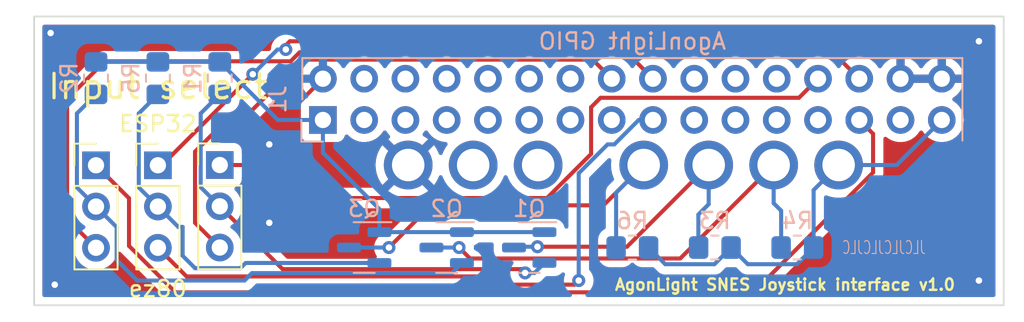
<source format=kicad_pcb>
(kicad_pcb (version 20211014) (generator pcbnew)
  (layers (0 "F.Cu" signal) (31 "B.Cu" signal) (34 "B.Paste" user) (35 "F.Paste" user) (36 "B.SilkS" user "B.Silkscreen") (37 "F.SilkS" user "F.Silkscreen") (38 "B.Mask" user) (39 "F.Mask" user) (44 "Edge.Cuts" user))
  (net 0 "")
  (net 1 "+3.3V")
  (net 2 "GND")
  (net 16 "/PC2")
  (net 17 "/PC1")
  (net 18 "/PC0")
  (net 26 "/ESPIO26")
  (net 27 "/ESPIO27")
  (net 28 "/ESPI35")
  (net 30 "+5V")
  (net 31 "/CLOCK_SELECT")
  (net 32 "/DATA_SELECT")
  (net 33 "/LATCH_SELECT")
  (net 34 "/LATCH")
  (net 35 "/CLOCK")
  (net 36 "/DATA")
  (footprint "Connector_PinHeader_2.54mm:PinHeader_1x03_P2.54mm_Vertical" (layer "F.Cu") (at 115.57 97.805)
    (fp_text reference "JP2" hide)
    (fp_text value "Jumper_3_Open")
    (fp_line (start -1.33 -1.33) (end 0 -1.33) (layer "F.SilkS") (width 0.12))
    (fp_line (start -1.33 0) (end -1.33 -1.33) (layer "F.SilkS") (width 0.12))
    (fp_line (start -1.33 1.27) (end -1.33 6.41) (layer "F.SilkS") (width 0.12))
    (fp_line (start 1.33 1.27) (end 1.33 6.41) (layer "F.SilkS") (width 0.12))
    (fp_line (start -1.33 6.41) (end 1.33 6.41) (layer "F.SilkS") (width 0.12))
    (fp_line (start -1.33 1.27) (end 1.33 1.27) (layer "F.SilkS") (width 0.12))
    (pad "1" thru_hole rect (at 0 0) (size 1.7 1.7) (drill 1) (layers *.Cu *.Mask) (net 28 "/ESPI35"))
    (pad "2" thru_hole oval (at 0 2.54) (size 1.7 1.7) (drill 1) (layers *.Cu *.Mask) (net 32 "/DATA_SELECT"))
    (pad "3" thru_hole oval (at 0 5.08) (size 1.7 1.7) (drill 1) (layers *.Cu *.Mask) (net 17 "/PC1"))
  )
  (footprint "Connector_PinHeader_2.54mm:PinHeader_1x03_P2.54mm_Vertical" (layer "F.Cu") (at 111.76 97.805)
    (fp_text reference "JP1" hide)
    (fp_text value "Jumper_3_Open")
    (fp_line (start -1.33 6.41) (end 1.33 6.41) (layer "F.SilkS") (width 0.12))
    (fp_line (start -1.33 1.27) (end 1.33 1.27) (layer "F.SilkS") (width 0.12))
    (fp_line (start -1.33 1.27) (end -1.33 6.41) (layer "F.SilkS") (width 0.12))
    (fp_line (start -1.33 0) (end -1.33 -1.33) (layer "F.SilkS") (width 0.12))
    (fp_line (start 1.33 1.27) (end 1.33 6.41) (layer "F.SilkS") (width 0.12))
    (fp_line (start -1.33 -1.33) (end 0 -1.33) (layer "F.SilkS") (width 0.12))
    (pad "1" thru_hole rect (at 0 0) (size 1.7 1.7) (drill 1) (layers *.Cu *.Mask) (net 27 "/ESPIO27"))
    (pad "2" thru_hole oval (at 0 2.54) (size 1.7 1.7) (drill 1) (layers *.Cu *.Mask) (net 31 "/CLOCK_SELECT"))
    (pad "3" thru_hole oval (at 0 5.08) (size 1.7 1.7) (drill 1) (layers *.Cu *.Mask) (net 18 "/PC0"))
  )
  (footprint "joystick:SNES" (layer "F.Cu") (at 157.48 97.79 180)
    (fp_text reference "U1" hide)
    (fp_text value "SNES" hide)
    (pad "1" thru_hole circle (at 0 0 180) (size 3 3) (drill 2) (layers *.Cu *.Mask) (net 30 "+5V"))
    (pad "2" thru_hole circle (at 4 0 180) (size 3 3) (drill 2) (layers *.Cu *.Mask) (net 35 "/CLOCK"))
    (pad "3" thru_hole circle (at 8 0 180) (size 3 3) (drill 2) (layers *.Cu *.Mask) (net 34 "/LATCH"))
    (pad "4" thru_hole circle (at 12 0 180) (size 3 3) (drill 2) (layers *.Cu *.Mask) (net 36 "/DATA"))
    (pad "5" thru_hole circle (at 18.5 0 180) (size 3 3) (drill 2) (layers *.Cu *.Mask))
    (pad "6" thru_hole circle (at 22.5 0 180) (size 3 3) (drill 2) (layers *.Cu *.Mask))
    (pad "7" thru_hole circle (at 26.5 0 180) (size 3 3) (drill 2) (layers *.Cu *.Mask) (net 2 "GND"))
  )
  (footprint "Connector_PinHeader_2.54mm:PinHeader_1x03_P2.54mm_Vertical" (layer "F.Cu") (at 119.38 97.79)
    (fp_text reference "JP3" hide)
    (fp_text value "Jumper_3_Open")
    (fp_line (start -1.33 1.27) (end -1.33 6.41) (layer "F.SilkS") (width 0.12))
    (fp_line (start -1.33 -1.33) (end 0 -1.33) (layer "F.SilkS") (width 0.12))
    (fp_line (start 1.33 1.27) (end 1.33 6.41) (layer "F.SilkS") (width 0.12))
    (fp_line (start -1.33 1.27) (end 1.33 1.27) (layer "F.SilkS") (width 0.12))
    (fp_line (start -1.33 0) (end -1.33 -1.33) (layer "F.SilkS") (width 0.12))
    (fp_line (start -1.33 6.41) (end 1.33 6.41) (layer "F.SilkS") (width 0.12))
    (pad "1" thru_hole rect (at 0 0) (size 1.7 1.7) (drill 1) (layers *.Cu *.Mask) (net 26 "/ESPIO26"))
    (pad "2" thru_hole oval (at 0 2.54) (size 1.7 1.7) (drill 1) (layers *.Cu *.Mask) (net 33 "/LATCH_SELECT"))
    (pad "3" thru_hole oval (at 0 5.08) (size 1.7 1.7) (drill 1) (layers *.Cu *.Mask) (net 16 "/PC2"))
  )
  (footprint "Package_TO_SOT_SMD:SOT-23" (layer "B.Cu") (at 138.43 102.87 180)
    (fp_text reference "Q1" (at 0 2.4) (layer "B.SilkS") (effects (justify mirror)))
    (fp_text value "BSS138")
    (fp_line (start 0 1.56) (end -1.675 1.56) (layer "B.SilkS") (width 0.12))
    (fp_line (start 0 -1.56) (end -0.65 -1.56) (layer "B.SilkS") (width 0.12))
    (fp_line (start 0 -1.56) (end 0.65 -1.56) (layer "B.SilkS") (width 0.12))
    (fp_line (start 0 1.56) (end 0.65 1.56) (layer "B.SilkS") (width 0.12))
    (pad "1" smd roundrect (at -0.9375 0.95 180) (size 1.475 0.6) (layers "B.Cu" "B.Paste" "B.Mask") (net 1 "+3.3V"))
    (pad "2" smd roundrect (at -0.9375 -0.95 180) (size 1.475 0.6) (layers "B.Cu" "B.Paste" "B.Mask") (net 33 "/LATCH_SELECT"))
    (pad "3" smd roundrect (at 0.9375 0 180) (size 1.475 0.6) (layers "B.Cu" "B.Paste" "B.Mask") (net 34 "/LATCH"))
  )
  (footprint "Resistor_SMD:R_0805_2012Metric_Pad1.20x1.40mm_HandSolder" (layer "B.Cu") (at 111.76 92.44 -90)
    (fp_text reference "R2" (at 0 1.65 90) (layer "B.SilkS") (effects (justify mirror)))
    (fp_text value "R")
    (fp_line (start -0.227064 -0.735) (end 0.227064 -0.735) (layer "B.SilkS") (width 0.12))
    (fp_line (start -0.227064 0.735) (end 0.227064 0.735) (layer "B.SilkS") (width 0.12))
    (pad "1" smd roundrect (at -1 0 270) (size 1.2 1.4) (layers "B.Cu" "B.Paste" "B.Mask") (roundrect_rratio 0.2083333333) (net 1 "+3.3V"))
    (pad "2" smd roundrect (at 1 0 270) (size 1.2 1.4) (layers "B.Cu" "B.Paste" "B.Mask") (roundrect_rratio 0.2083333333) (net 31 "/CLOCK_SELECT"))
  )
  (footprint "Resistor_SMD:R_0805_2012Metric_Pad1.20x1.40mm_HandSolder" (layer "B.Cu") (at 144.78 102.87 180)
    (fp_text reference "R6" (at 0 1.65) (layer "B.SilkS") (effects (justify mirror)))
    (fp_text value "R")
    (fp_line (start -0.227064 -0.735) (end 0.227064 -0.735) (layer "B.SilkS") (width 0.12))
    (fp_line (start -0.227064 0.735) (end 0.227064 0.735) (layer "B.SilkS") (width 0.12))
    (pad "1" smd roundrect (at -1 0 180) (size 1.2 1.4) (layers "B.Cu" "B.Paste" "B.Mask") (roundrect_rratio 0.2083333333) (net 30 "+5V"))
    (pad "2" smd roundrect (at 1 0 180) (size 1.2 1.4) (layers "B.Cu" "B.Paste" "B.Mask") (roundrect_rratio 0.2083333333) (net 36 "/DATA"))
  )
  (footprint "Package_TO_SOT_SMD:SOT-23" (layer "B.Cu") (at 128.27 102.87 180)
    (fp_text reference "Q3" (at 0 2.4) (layer "B.SilkS") (effects (justify mirror)))
    (fp_text value "BSS138")
    (fp_line (start 0 1.56) (end -1.675 1.56) (layer "B.SilkS") (width 0.12))
    (fp_line (start 0 1.56) (end 0.65 1.56) (layer "B.SilkS") (width 0.12))
    (fp_line (start 0 -1.56) (end -0.65 -1.56) (layer "B.SilkS") (width 0.12))
    (fp_line (start 0 -1.56) (end 0.65 -1.56) (layer "B.SilkS") (width 0.12))
    (pad "1" smd roundrect (at -0.9375 0.95 180) (size 1.475 0.6) (layers "B.Cu" "B.Paste" "B.Mask") (net 1 "+3.3V"))
    (pad "2" smd roundrect (at -0.9375 -0.95 180) (size 1.475 0.6) (layers "B.Cu" "B.Paste" "B.Mask") (net 32 "/DATA_SELECT"))
    (pad "3" smd roundrect (at 0.9375 0 180) (size 1.475 0.6) (layers "B.Cu" "B.Paste" "B.Mask") (net 36 "/DATA"))
  )
  (footprint "Resistor_SMD:R_0805_2012Metric_Pad1.20x1.40mm_HandSolder" (layer "B.Cu") (at 149.86 102.87 180)
    (fp_text reference "R3" (at 0 1.65) (layer "B.SilkS") (effects (justify mirror)))
    (fp_text value "R")
    (fp_line (start -0.227064 -0.735) (end 0.227064 -0.735) (layer "B.SilkS") (width 0.12))
    (fp_line (start -0.227064 0.735) (end 0.227064 0.735) (layer "B.SilkS") (width 0.12))
    (pad "1" smd roundrect (at -1 0 180) (size 1.2 1.4) (layers "B.Cu" "B.Paste" "B.Mask") (roundrect_rratio 0.2083333333) (net 30 "+5V"))
    (pad "2" smd roundrect (at 1 0 180) (size 1.2 1.4) (layers "B.Cu" "B.Paste" "B.Mask") (roundrect_rratio 0.2083333333) (net 34 "/LATCH"))
  )
  (footprint "Resistor_SMD:R_0805_2012Metric_Pad1.20x1.40mm_HandSolder" (layer "B.Cu") (at 115.57 92.44 -90)
    (fp_text reference "R5" (at 0 1.65 90) (layer "B.SilkS") (effects (justify mirror)))
    (fp_text value "R")
    (fp_line (start -0.227064 0.735) (end 0.227064 0.735) (layer "B.SilkS") (width 0.12))
    (fp_line (start -0.227064 -0.735) (end 0.227064 -0.735) (layer "B.SilkS") (width 0.12))
    (pad "1" smd roundrect (at -1 0 270) (size 1.2 1.4) (layers "B.Cu" "B.Paste" "B.Mask") (roundrect_rratio 0.2083333333) (net 1 "+3.3V"))
    (pad "2" smd roundrect (at 1 0 270) (size 1.2 1.4) (layers "B.Cu" "B.Paste" "B.Mask") (roundrect_rratio 0.2083333333) (net 32 "/DATA_SELECT"))
  )
  (footprint "Connector_PinSocket_2.54mm:PinSocket_2x16_P2.54mm_Vertical" (layer "B.Cu") (at 125.73 95.016 -90)
    (fp_text reference "J1" (at -1.27 2.77 90) (layer "B.SilkS") (effects (justify mirror)))
    (fp_text value "AgonLight GPIO" (at -4.846 -19.05 180) (layer "B.SilkS") (effects (justify mirror)))
    (fp_line (start 1.33 1.33) (end 1.33 0) (layer "B.SilkS") (width 0.12))
    (fp_line (start -3.81 1.27) (end -3.81 -39.37) (layer "B.SilkS") (width 0.12))
    (fp_line (start 0 1.33) (end 1.33 1.33) (layer "B.SilkS") (width 0.12))
    (fp_line (start -3.81 -39.37) (end 1.27 -39.37) (layer "B.SilkS") (width 0.12))
    (fp_line (start -3.81 1.27) (end -1.27 1.27) (layer "B.SilkS") (width 0.12))
    (pad "1" thru_hole rect (at 0 0 270) (size 1.7 1.7) (drill 1) (layers *.Cu *.Mask) (net 1 "+3.3V"))
    (pad "2" thru_hole oval (at -2.54 0 270) (size 1.7 1.7) (drill 1) (layers *.Cu *.Mask) (net 2 "GND"))
    (pad "3" thru_hole oval (at 0 -2.54 270) (size 1.7 1.7) (drill 1) (layers *.Cu *.Mask))
    (pad "4" thru_hole oval (at -2.54 -2.54 270) (size 1.7 1.7) (drill 1) (layers *.Cu *.Mask))
    (pad "5" thru_hole oval (at 0 -5.08 270) (size 1.7 1.7) (drill 1) (layers *.Cu *.Mask))
    (pad "6" thru_hole oval (at -2.54 -5.08 270) (size 1.7 1.7) (drill 1) (layers *.Cu *.Mask))
    (pad "7" thru_hole oval (at 0 -7.62 270) (size 1.7 1.7) (drill 1) (layers *.Cu *.Mask))
    (pad "8" thru_hole oval (at -2.54 -7.62 270) (size 1.7 1.7) (drill 1) (layers *.Cu *.Mask))
    (pad "9" thru_hole oval (at 0 -10.16 270) (size 1.7 1.7) (drill 1) (layers *.Cu *.Mask))
    (pad "10" thru_hole oval (at -2.54 -10.16 270) (size 1.7 1.7) (drill 1) (layers *.Cu *.Mask))
    (pad "11" thru_hole oval (at 0 -12.7 270) (size 1.7 1.7) (drill 1) (layers *.Cu *.Mask))
    (pad "12" thru_hole oval (at -2.54 -12.7 270) (size 1.7 1.7) (drill 1) (layers *.Cu *.Mask))
    (pad "13" thru_hole oval (at 0 -15.24 270) (size 1.7 1.7) (drill 1) (layers *.Cu *.Mask))
    (pad "14" thru_hole oval (at -2.54 -15.24 270) (size 1.7 1.7) (drill 1) (layers *.Cu *.Mask))
    (pad "15" thru_hole oval (at 0 -17.78 270) (size 1.7 1.7) (drill 1) (layers *.Cu *.Mask))
    (pad "16" thru_hole oval (at -2.54 -17.78 270) (size 1.7 1.7) (drill 1) (layers *.Cu *.Mask) (net 16 "/PC2"))
    (pad "17" thru_hole oval (at 0 -20.32 270) (size 1.7 1.7) (drill 1) (layers *.Cu *.Mask) (net 17 "/PC1"))
    (pad "18" thru_hole oval (at -2.54 -20.32 270) (size 1.7 1.7) (drill 1) (layers *.Cu *.Mask) (net 18 "/PC0"))
    (pad "19" thru_hole oval (at 0 -22.86 270) (size 1.7 1.7) (drill 1) (layers *.Cu *.Mask))
    (pad "20" thru_hole oval (at -2.54 -22.86 270) (size 1.7 1.7) (drill 1) (layers *.Cu *.Mask))
    (pad "21" thru_hole oval (at 0 -25.4 270) (size 1.7 1.7) (drill 1) (layers *.Cu *.Mask))
    (pad "22" thru_hole oval (at -2.54 -25.4 270) (size 1.7 1.7) (drill 1) (layers *.Cu *.Mask))
    (pad "23" thru_hole oval (at 0 -27.94 270) (size 1.7 1.7) (drill 1) (layers *.Cu *.Mask))
    (pad "24" thru_hole oval (at -2.54 -27.94 270) (size 1.7 1.7) (drill 1) (layers *.Cu *.Mask))
    (pad "25" thru_hole oval (at 0 -30.48 270) (size 1.7 1.7) (drill 1) (layers *.Cu *.Mask))
    (pad "26" thru_hole oval (at -2.54 -30.48 270) (size 1.7 1.7) (drill 1) (layers *.Cu *.Mask) (net 26 "/ESPIO26"))
    (pad "27" thru_hole oval (at 0 -33.02 270) (size 1.7 1.7) (drill 1) (layers *.Cu *.Mask) (net 27 "/ESPIO27"))
    (pad "28" thru_hole oval (at -2.54 -33.02 270) (size 1.7 1.7) (drill 1) (layers *.Cu *.Mask) (net 28 "/ESPI35"))
    (pad "29" thru_hole oval (at 0 -35.56 270) (size 1.7 1.7) (drill 1) (layers *.Cu *.Mask))
    (pad "30" thru_hole oval (at -2.54 -35.56 270) (size 1.7 1.7) (drill 1) (layers *.Cu *.Mask) (net 2 "GND"))
    (pad "31" thru_hole oval (at 0 -38.1 270) (size 1.7 1.7) (drill 1) (layers *.Cu *.Mask) (net 30 "+5V"))
    (pad "32" thru_hole oval (at -2.54 -38.1 270) (size 1.7 1.7) (drill 1) (layers *.Cu *.Mask) (net 2 "GND"))
  )
  (footprint "Package_TO_SOT_SMD:SOT-23" (layer "B.Cu") (at 133.35 102.87 180)
    (fp_text reference "Q2" (at 0 2.4) (layer "B.SilkS") (effects (justify mirror)))
    (fp_text value "BSS138")
    (fp_line (start 0 1.56) (end -1.675 1.56) (layer "B.SilkS") (width 0.12))
    (fp_line (start 0 -1.56) (end -0.65 -1.56) (layer "B.SilkS") (width 0.12))
    (fp_line (start 0 -1.56) (end 0.65 -1.56) (layer "B.SilkS") (width 0.12))
    (fp_line (start 0 1.56) (end 0.65 1.56) (layer "B.SilkS") (width 0.12))
    (pad "1" smd roundrect (at -0.9375 0.95 180) (size 1.475 0.6) (layers "B.Cu" "B.Paste" "B.Mask") (net 1 "+3.3V"))
    (pad "2" smd roundrect (at -0.9375 -0.95 180) (size 1.475 0.6) (layers "B.Cu" "B.Paste" "B.Mask") (net 31 "/CLOCK_SELECT"))
    (pad "3" smd roundrect (at 0.9375 0 180) (size 1.475 0.6) (layers "B.Cu" "B.Paste" "B.Mask") (net 35 "/CLOCK"))
  )
  (footprint "Resistor_SMD:R_0805_2012Metric_Pad1.20x1.40mm_HandSolder" (layer "B.Cu") (at 119.38 92.44 -90)
    (fp_text reference "R1" (at 0 1.65 90) (layer "B.SilkS") (effects (justify mirror)))
    (fp_text value "R")
    (fp_line (start -0.227064 0.735) (end 0.227064 0.735) (layer "B.SilkS") (width 0.12))
    (fp_line (start -0.227064 -0.735) (end 0.227064 -0.735) (layer "B.SilkS") (width 0.12))
    (pad "1" smd roundrect (at -1 0 270) (size 1.2 1.4) (layers "B.Cu" "B.Paste" "B.Mask") (roundrect_rratio 0.2083333333) (net 1 "+3.3V"))
    (pad "2" smd roundrect (at 1 0 270) (size 1.2 1.4) (layers "B.Cu" "B.Paste" "B.Mask") (roundrect_rratio 0.2083333333) (net 33 "/LATCH_SELECT"))
  )
  (footprint "Resistor_SMD:R_0805_2012Metric_Pad1.20x1.40mm_HandSolder" (layer "B.Cu") (at 154.94 102.87 180)
    (fp_text reference "R4" (at 0 1.65) (layer "B.SilkS") (effects (justify mirror)))
    (fp_text value "R")
    (fp_line (start -0.227064 -0.735) (end 0.227064 -0.735) (layer "B.SilkS") (width 0.12))
    (fp_line (start -0.227064 0.735) (end 0.227064 0.735) (layer "B.SilkS") (width 0.12))
    (pad "1" smd roundrect (at -1 0 180) (size 1.2 1.4) (layers "B.Cu" "B.Paste" "B.Mask") (roundrect_rratio 0.2083333333) (net 30 "+5V"))
    (pad "2" smd roundrect (at 1 0 180) (size 1.2 1.4) (layers "B.Cu" "B.Paste" "B.Mask") (roundrect_rratio 0.2083333333) (net 35 "/CLOCK"))
  )
  (gr_rect (start 167.64 106.426) (end 107.95 88.646) (layer "Edge.Cuts") (width 0.1) (fill none))
  (gr_text "JLCJLCJLCJLC" (at 160.274 102.87) (layer "B.SilkS") (effects (font (size 0.8 0.5) (thickness 0.0625)) (justify mirror)))
  (gr_text "AgonLight SNES Joystick interface v1.0" (at 154.178 105.156) (layer "F.SilkS") (effects (font (size 0.7 0.7))))
  (gr_text "Input select" (at 115.57 92.964) (layer "F.SilkS") (effects (font (size 1.5 1.5) (thickness 0.2))))
  (gr_text "ESP32" (at 115.57 95.25) (layer "F.SilkS") (effects (font (size 1 1))))
  (gr_text "ez80" (at 115.57 105.41) (layer "F.SilkS") (effects (font (size 1 1))))
  (segment (start 129.2075 100.5055) (end 129.2075 101.92) (width 0.25) (layer "B.Cu") (net 1))
  (segment (start 134.2875 101.92) (end 139.3675 101.92) (width 0.25) (layer "B.Cu") (net 1))
  (segment (start 119.38 91.44) (end 122.956 95.016) (width 0.25) (layer "B.Cu") (net 1))
  (segment (start 129.2075 101.92) (end 134.2875 101.92) (width 0.25) (layer "B.Cu") (net 1))
  (segment (start 125.73 95.016) (end 125.73 97.028) (width 0.25) (layer "B.Cu") (net 1))
  (segment (start 125.73 97.028) (end 129.2075 100.5055) (width 0.25) (layer "B.Cu") (net 1))
  (segment (start 111.76 91.44) (end 115.57 91.44) (width 0.25) (layer "B.Cu") (net 1))
  (segment (start 115.57 91.44) (end 119.38 91.44) (width 0.25) (layer "B.Cu") (net 1))
  (segment (start 122.956 95.016) (end 125.73 95.016) (width 0.25) (layer "B.Cu") (net 1))
  (segment (start 125.73 92.476) (end 122.428 95.778) (width 0.25) (layer "F.Cu") (net 2))
  (segment (start 122.428 95.778) (end 122.428 96.52) (width 0.25) (layer "F.Cu") (net 2))
  (via (at 166.116 90.17) (size 0.8) (drill 0.4) (layers "F.Cu" "B.Cu") (net 2))
  (via (at 166.116 104.902) (size 0.8) (drill 0.4) (layers "F.Cu" "B.Cu") (net 2))
  (via (at 122.428 101.346) (size 0.8) (drill 0.4) (layers "F.Cu" "B.Cu") (net 2))
  (via (at 122.428 96.52) (size 0.8) (drill 0.4) (layers "F.Cu" "B.Cu") (net 2))
  (via (at 109.22 105.156) (size 0.8) (drill 0.4) (layers "F.Cu" "B.Cu") (net 2))
  (via (at 108.966 89.662) (size 0.8) (drill 0.4) (layers "F.Cu" "B.Cu") (net 2))
  (segment (start 125.73 90.17) (end 124.968 89.408) (width 0.25) (layer "B.Cu") (net 2))
  (segment (start 124.968 89.408) (end 109.22 89.408) (width 0.25) (layer "B.Cu") (net 2))
  (segment (start 122.428 96.52) (end 122.428 101.346) (width 0.25) (layer "B.Cu") (net 2))
  (segment (start 125.73 92.476) (end 125.73 90.17) (width 0.25) (layer "B.Cu") (net 2))
  (segment (start 109.22 89.408) (end 108.966 89.662) (width 0.25) (layer "B.Cu") (net 2))
  (segment (start 143.51 92.476) (end 142.335 91.301) (width 0.25) (layer "F.Cu") (net 16))
  (segment (start 117.856 96.964) (end 117.856 101.346) (width 0.25) (layer "F.Cu") (net 16))
  (segment (start 117.856 101.346) (end 119.38 102.87) (width 0.25) (layer "F.Cu") (net 16))
  (segment (start 124.481288 91.301) (end 121.040288 94.742) (width 0.25) (layer "F.Cu") (net 16))
  (segment (start 120.078 94.742) (end 117.856 96.964) (width 0.25) (layer "F.Cu") (net 16))
  (segment (start 121.040288 94.742) (end 120.078 94.742) (width 0.25) (layer "F.Cu") (net 16))
  (segment (start 142.335 91.301) (end 124.481288 91.301) (width 0.25) (layer "F.Cu") (net 16))
  (segment (start 115.57 102.885) (end 117.333 104.648) (width 0.25) (layer "F.Cu") (net 17))
  (segment (start 117.333 104.648) (end 136.398 104.648) (width 0.25) (layer "F.Cu") (net 17))
  (segment (start 141.224 105.156) (end 141.478 104.902) (width 0.25) (layer "F.Cu") (net 17))
  (segment (start 136.906 105.156) (end 141.224 105.156) (width 0.25) (layer "F.Cu") (net 17))
  (segment (start 136.398 104.648) (end 136.906 105.156) (width 0.25) (layer "F.Cu") (net 17))
  (via (at 141.478 104.902) (size 0.8) (drill 0.4) (layers "F.Cu" "B.Cu") (net 17))
  (segment (start 143.256 96.52) (end 143.667701 96.52) (width 0.25) (layer "B.Cu") (net 17))
  (segment (start 143.667701 96.52) (end 145.171701 95.016) (width 0.25) (layer "B.Cu") (net 17))
  (segment (start 145.171701 95.016) (end 146.05 95.016) (width 0.25) (layer "B.Cu") (net 17))
  (segment (start 141.478 104.902) (end 141.478 98.298) (width 0.25) (layer "B.Cu") (net 17))
  (segment (start 141.478 98.298) (end 143.256 96.52) (width 0.25) (layer "B.Cu") (net 17))
  (segment (start 144.425499 90.851499) (end 146.05 92.476) (width 0.25) (layer "F.Cu") (net 18))
  (segment (start 123.744098 91.4025) (end 124.295099 90.851499) (width 0.25) (layer "F.Cu") (net 18))
  (segment (start 124.295099 90.851499) (end 144.425499 90.851499) (width 0.25) (layer "F.Cu") (net 18))
  (segment (start 112.3055 91.4025) (end 123.744098 91.4025) (width 0.25) (layer "F.Cu") (net 18))
  (segment (start 109.982 93.726) (end 112.3055 91.4025) (width 0.25) (layer "F.Cu") (net 18))
  (segment (start 111.76 102.885) (end 109.982 101.107) (width 0.25) (layer "F.Cu") (net 18))
  (segment (start 109.982 101.107) (end 109.982 93.726) (width 0.25) (layer "F.Cu") (net 18))
  (segment (start 142.24 94.234) (end 142.24 97.11094) (width 0.25) (layer "F.Cu") (net 26))
  (segment (start 122.936 97.79) (end 119.38 97.79) (width 0.25) (layer "F.Cu") (net 26))
  (segment (start 142.823 93.651) (end 142.24 94.234) (width 0.25) (layer "F.Cu") (net 26))
  (segment (start 139.52894 99.822) (end 124.968 99.822) (width 0.25) (layer "F.Cu") (net 26))
  (segment (start 142.24 97.11094) (end 139.52894 99.822) (width 0.25) (layer "F.Cu") (net 26))
  (segment (start 155.035 93.651) (end 142.823 93.651) (width 0.25) (layer "F.Cu") (net 26))
  (segment (start 124.968 99.822) (end 122.936 97.79) (width 0.25) (layer "F.Cu") (net 26))
  (segment (start 156.21 92.476) (end 155.035 93.651) (width 0.25) (layer "F.Cu") (net 26))
  (segment (start 152.22444 105.6265) (end 159.6 98.25094) (width 0.25) (layer "F.Cu") (net 27))
  (segment (start 116.649799 105.6265) (end 152.22444 105.6265) (width 0.25) (layer "F.Cu") (net 27))
  (segment (start 113.792 102.768701) (end 116.649799 105.6265) (width 0.25) (layer "F.Cu") (net 27))
  (segment (start 159.6 98.25094) (end 159.6 95.866) (width 0.25) (layer "F.Cu") (net 27))
  (segment (start 111.76 97.805) (end 113.792 99.837) (width 0.25) (layer "F.Cu") (net 27))
  (segment (start 113.792 99.837) (end 113.792 102.768701) (width 0.25) (layer "F.Cu") (net 27))
  (segment (start 159.6 95.866) (end 158.75 95.016) (width 0.25) (layer "F.Cu") (net 27))
  (segment (start 121.412 92.202) (end 115.809 97.805) (width 0.25) (layer "F.Cu") (net 28))
  (segment (start 123.444 90.424) (end 123.444 90.678) (width 0.25) (layer "F.Cu") (net 28))
  (segment (start 158.75 92.476) (end 156.444 90.17) (width 0.25) (layer "F.Cu") (net 28))
  (segment (start 123.698 90.17) (end 123.444 90.424) (width 0.25) (layer "F.Cu") (net 28))
  (segment (start 156.444 90.17) (end 123.698 90.17) (width 0.25) (layer "F.Cu") (net 28))
  (segment (start 115.809 97.805) (end 115.57 97.805) (width 0.25) (layer "F.Cu") (net 28))
  (via (at 121.412 92.202) (size 0.8) (drill 0.4) (layers "F.Cu" "B.Cu") (net 28))
  (via (at 123.444 90.678) (size 0.8) (drill 0.4) (layers "F.Cu" "B.Cu") (net 28))
  (segment (start 121.412 92.202) (end 122.936 90.678) (width 0.25) (layer "B.Cu") (net 28))
  (segment (start 122.936 90.678) (end 123.444 90.678) (width 0.25) (layer "B.Cu") (net 28))
  (segment (start 154.915 103.895) (end 155.94 102.87) (width 0.25) (layer "B.Cu") (net 30))
  (segment (start 161.056 97.79) (end 157.48 97.79) (width 0.25) (layer "B.Cu") (net 30))
  (segment (start 146.805 103.895) (end 149.835 103.895) (width 0.25) (layer "B.Cu") (net 30))
  (segment (start 157.48 97.79) (end 155.94 99.33) (width 0.25) (layer "B.Cu") (net 30))
  (segment (start 145.78 102.87) (end 146.805 103.895) (width 0.25) (layer "B.Cu") (net 30))
  (segment (start 151.885 103.895) (end 154.915 103.895) (width 0.25) (layer "B.Cu") (net 30))
  (segment (start 155.94 99.33) (end 155.94 102.87) (width 0.25) (layer "B.Cu") (net 30))
  (segment (start 150.86 102.87) (end 151.885 103.895) (width 0.25) (layer "B.Cu") (net 30))
  (segment (start 163.83 95.016) (end 161.056 97.79) (width 0.25) (layer "B.Cu") (net 30))
  (segment (start 149.835 103.895) (end 150.86 102.87) (width 0.25) (layer "B.Cu") (net 30))
  (segment (start 113.03 101.6) (end 113.015 101.6) (width 0.25) (layer "B.Cu") (net 31))
  (segment (start 113.03 103.632) (end 113.03 101.6) (width 0.25) (layer "B.Cu") (net 31))
  (segment (start 134.2875 103.82) (end 133.6625 104.445) (width 0.25) (layer "B.Cu") (net 31))
  (segment (start 111.76 93.44) (end 110.585 94.615) (width 0.25) (layer "B.Cu") (net 31))
  (segment (start 110.585 94.615) (end 110.585 99.17) (width 0.25) (layer "B.Cu") (net 31))
  (segment (start 121.361 104.445) (end 120.904 104.902) (width 0.25) (layer "B.Cu") (net 31))
  (segment (start 114.3 104.902) (end 113.03 103.632) (width 0.25) (layer "B.Cu") (net 31))
  (segment (start 120.904 104.902) (end 114.3 104.902) (width 0.25) (layer "B.Cu") (net 31))
  (segment (start 133.6625 104.445) (end 121.361 104.445) (width 0.25) (layer "B.Cu") (net 31))
  (segment (start 110.585 99.17) (end 111.76 100.345) (width 0.25) (layer "B.Cu") (net 31))
  (segment (start 113.015 101.6) (end 111.76 100.345) (width 0.25) (layer "B.Cu") (net 31))
  (segment (start 116.825 101.6) (end 115.57 100.345) (width 0.25) (layer "B.Cu") (net 32))
  (segment (start 129.2075 103.82) (end 120.97 103.82) (width 0.25) (layer "B.Cu") (net 32))
  (segment (start 114.395 94.615) (end 114.395 99.17) (width 0.25) (layer "B.Cu") (net 32))
  (segment (start 115.57 93.44) (end 114.395 94.615) (width 0.25) (layer "B.Cu") (net 32))
  (segment (start 117.094 101.6) (end 116.825 101.6) (width 0.25) (layer "B.Cu") (net 32))
  (segment (start 120.65 104.14) (end 117.856 104.14) (width 0.25) (layer "B.Cu") (net 32))
  (segment (start 120.97 103.82) (end 120.65 104.14) (width 0.25) (layer "B.Cu") (net 32))
  (segment (start 117.094 103.378) (end 117.094 101.6) (width 0.25) (layer "B.Cu") (net 32))
  (segment (start 117.856 104.14) (end 117.094 103.378) (width 0.25) (layer "B.Cu") (net 32))
  (segment (start 114.395 99.17) (end 115.57 100.345) (width 0.25) (layer "B.Cu") (net 32))
  (segment (start 119.38 100.33) (end 123.248499 104.198499) (width 0.25) (layer "F.Cu") (net 33))
  (segment (start 137.942999 104.198499) (end 138.176 104.4315) (width 0.25) (layer "F.Cu") (net 33))
  (segment (start 123.248499 104.198499) (end 137.942999 104.198499) (width 0.25) (layer "F.Cu") (net 33))
  (via (at 138.176 104.4315) (size 0.8) (drill 0.4) (layers "F.Cu" "B.Cu") (net 33))
  (segment (start 138.756 104.4315) (end 138.176 104.4315) (width 0.25) (layer "B.Cu") (net 33))
  (segment (start 119.38 93.44) (end 118.205 94.615) (width 0.25) (layer "B.Cu") (net 33))
  (segment (start 118.205 99.155) (end 119.38 100.33) (width 0.25) (layer "B.Cu") (net 33))
  (segment (start 139.3675 103.82) (end 138.756 104.4315) (width 0.25) (layer "B.Cu") (net 33))
  (segment (start 118.205 94.615) (end 118.205 99.155) (width 0.25) (layer "B.Cu") (net 33))
  (segment (start 149.48 97.79) (end 144.4505 102.8195) (width 0.25) (layer "F.Cu") (net 34))
  (segment (start 144.4505 102.8195) (end 138.938 102.8195) (width 0.25) (layer "F.Cu") (net 34))
  (via (at 138.938 102.8195) (size 0.8) (drill 0.4) (layers "F.Cu" "B.Cu") (net 34))
  (segment (start 148.844 100.838) (end 148.844 102.854) (width 0.25) (layer "B.Cu") (net 34))
  (segment (start 148.844 102.854) (end 148.86 102.87) (width 0.25) (layer "B.Cu") (net 34))
  (segment (start 138.938 102.8195) (end 137.543 102.8195) (width 0.25) (layer "B.Cu") (net 34))
  (segment (start 149.48 100.202) (end 148.844 100.838) (width 0.25) (layer "B.Cu") (net 34))
  (segment (start 137.543 102.8195) (end 137.4925 102.87) (width 0.25) (layer "B.Cu") (net 34))
  (segment (start 149.48 97.79) (end 149.48 100.202) (width 0.25) (layer "B.Cu") (net 34))
  (segment (start 153.48 97.79) (end 147.726 103.544) (width 0.25) (layer "F.Cu") (net 35))
  (segment (start 134.786 103.544) (end 134.112 102.87) (width 0.25) (layer "F.Cu") (net 35))
  (segment (start 147.726 103.544) (end 134.786 103.544) (width 0.25) (layer "F.Cu") (net 35))
  (via (at 134.112 102.87) (size 0.8) (drill 0.4) (layers "F.Cu" "B.Cu") (net 35))
  (segment (start 153.48 100.14) (end 153.94 100.6) (width 0.25) (layer "B.Cu") (net 35))
  (segment (start 153.48 97.79) (end 153.48 100.14) (width 0.25) (layer "B.Cu") (net 35))
  (segment (start 134.112 102.87) (end 132.4125 102.87) (width 0.25) (layer "B.Cu") (net 35))
  (segment (start 153.94 100.6) (end 153.94 102.87) (width 0.25) (layer "B.Cu") (net 35))
  (segment (start 145.48 97.79) (end 142.998499 100.271501) (width 0.25) (layer "F.Cu") (net 36))
  (segment (start 132.392499 100.271501) (end 129.794 102.87) (width 0.25) (layer "F.Cu") (net 36))
  (segment (start 142.998499 100.271501) (end 132.392499 100.271501) (width 0.25) (layer "F.Cu") (net 36))
  (via (at 129.794 102.87) (size 0.8) (drill 0.4) (layers "F.Cu" "B.Cu") (net 36))
  (segment (start 145.48 97.79) (end 143.78 99.49) (width 0.25) (layer "B.Cu") (net 36))
  (segment (start 143.78 99.49) (end 143.78 102.87) (width 0.25) (layer "B.Cu") (net 36))
  (segment (start 129.794 102.87) (end 127.3325 102.87) (width 0.25) (layer "B.Cu") (net 36))
  (zone (net 2) (net_name "GND") (layer "F.Cu") (connect_pads (clearance 0.508)) (min_thickness 0.254) (fill yes (thermal_gap 0.508) (thermal_bridge_width 0.508))
    (polygon (pts (xy 168.91 107.442) (xy 106.68 107.442) (xy 106.68 87.63) (xy 168.91 87.63)))
  )
  (zone (net 2) (net_name "GND") (layer "B.Cu") (connect_pads (clearance 0.508)) (min_thickness 0.254) (fill yes (thermal_gap 0.508) (thermal_bridge_width 0.508))
    (polygon (pts (xy 168.91 107.442) (xy 106.68 107.442) (xy 106.68 87.63) (xy 168.91 87.63)))
  )
)
</source>
